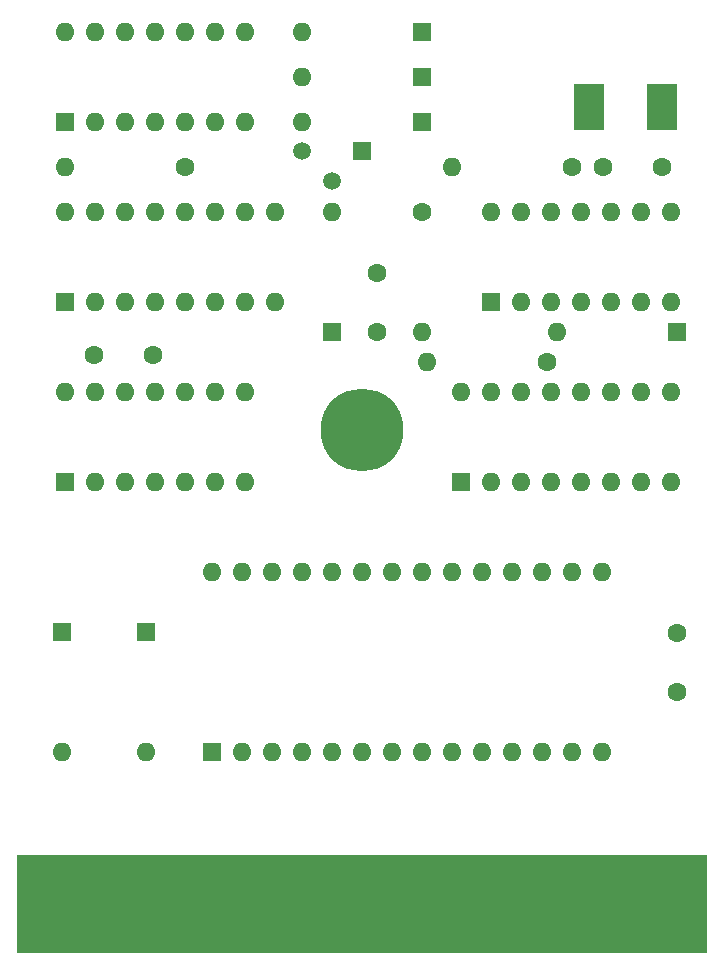
<source format=gbr>
%TF.GenerationSoftware,KiCad,Pcbnew,7.0.9+dfsg-1*%
%TF.CreationDate,2024-01-12T21:14:50+01:00*%
%TF.ProjectId,C64NIKI2,4336344e-494b-4493-922e-6b696361645f,rev?*%
%TF.SameCoordinates,Original*%
%TF.FileFunction,Soldermask,Bot*%
%TF.FilePolarity,Negative*%
%FSLAX46Y46*%
G04 Gerber Fmt 4.6, Leading zero omitted, Abs format (unit mm)*
G04 Created by KiCad (PCBNEW 7.0.9+dfsg-1) date 2024-01-12 21:14:50*
%MOMM*%
%LPD*%
G01*
G04 APERTURE LIST*
%ADD10C,7.000000*%
%ADD11R,58.420000X8.300000*%
%ADD12R,1.524000X8.000000*%
%ADD13R,1.600000X1.600000*%
%ADD14O,1.600000X1.600000*%
%ADD15C,1.600000*%
%ADD16R,2.540000X3.871726*%
%ADD17R,1.500000X1.500000*%
%ADD18C,1.500000*%
G04 APERTURE END LIST*
D10*
%TO.C,J1*%
X120650000Y-132716274D03*
D11*
X120650000Y-172848274D03*
D12*
X93980000Y-172720000D03*
X96520000Y-172720000D03*
X99060000Y-172720000D03*
X101600000Y-172720000D03*
X104140000Y-172720000D03*
X106680000Y-172720000D03*
X109220000Y-172720000D03*
X111760000Y-172720000D03*
X114300000Y-172720000D03*
X116840000Y-172720000D03*
X119380000Y-172720000D03*
X121920000Y-172720000D03*
X124460000Y-172720000D03*
X127000000Y-172720000D03*
X129540000Y-172720000D03*
X132080000Y-172720000D03*
X134620000Y-172720000D03*
X137160000Y-172720000D03*
X139700000Y-172720000D03*
X142240000Y-172720000D03*
X144780000Y-172720000D03*
X147320000Y-172720000D03*
%TD*%
D13*
%TO.C,U4*%
X131572000Y-121920000D03*
D14*
X134112000Y-121920000D03*
X136652000Y-121920000D03*
X139192000Y-121920000D03*
X141732000Y-121920000D03*
X144272000Y-121920000D03*
X146812000Y-121920000D03*
X146812000Y-114300000D03*
X144272000Y-114300000D03*
X141732000Y-114300000D03*
X139192000Y-114300000D03*
X136652000Y-114300000D03*
X134112000Y-114300000D03*
X131572000Y-114300000D03*
%TD*%
D15*
%TO.C,C3*%
X141010000Y-110490000D03*
X146010000Y-110490000D03*
%TD*%
D13*
%TO.C,U1*%
X95504000Y-106680000D03*
D14*
X98044000Y-106680000D03*
X100584000Y-106680000D03*
X103124000Y-106680000D03*
X105664000Y-106680000D03*
X108204000Y-106680000D03*
X110744000Y-106680000D03*
X110744000Y-99060000D03*
X108204000Y-99060000D03*
X105664000Y-99060000D03*
X103124000Y-99060000D03*
X100584000Y-99060000D03*
X98044000Y-99060000D03*
X95504000Y-99060000D03*
%TD*%
D15*
%TO.C,R3*%
X138430000Y-110490000D03*
D14*
X128270000Y-110490000D03*
%TD*%
D16*
%TO.C,SW1*%
X139870000Y-105410000D03*
%TD*%
D17*
%TO.C,Q1*%
X120650000Y-109085000D03*
D18*
X118110000Y-111625000D03*
X115570000Y-109085000D03*
%TD*%
D15*
%TO.C,R1*%
X105664000Y-110490000D03*
D14*
X95504000Y-110490000D03*
%TD*%
D15*
%TO.C,C4*%
X121920000Y-124460000D03*
X121920000Y-119460000D03*
%TD*%
D13*
%TO.C,D4*%
X125730000Y-102870000D03*
D14*
X115570000Y-102870000D03*
%TD*%
D13*
%TO.C,U2*%
X95504000Y-121920000D03*
D14*
X98044000Y-121920000D03*
X100584000Y-121920000D03*
X103124000Y-121920000D03*
X105664000Y-121920000D03*
X108204000Y-121920000D03*
X110744000Y-121920000D03*
X113284000Y-121920000D03*
X113284000Y-114300000D03*
X110744000Y-114300000D03*
X108204000Y-114300000D03*
X105664000Y-114300000D03*
X103124000Y-114300000D03*
X100584000Y-114300000D03*
X98044000Y-114300000D03*
X95504000Y-114300000D03*
%TD*%
D15*
%TO.C,C2*%
X97957000Y-126365000D03*
X102957000Y-126365000D03*
%TD*%
%TO.C,C1*%
X147320000Y-149900000D03*
X147320000Y-154900000D03*
%TD*%
D13*
%TO.C,U3*%
X95504000Y-137160000D03*
D14*
X98044000Y-137160000D03*
X100584000Y-137160000D03*
X103124000Y-137160000D03*
X105664000Y-137160000D03*
X108204000Y-137160000D03*
X110744000Y-137160000D03*
X110744000Y-129540000D03*
X108204000Y-129540000D03*
X105664000Y-129540000D03*
X103124000Y-129540000D03*
X100584000Y-129540000D03*
X98044000Y-129540000D03*
X95504000Y-129540000D03*
%TD*%
D15*
%TO.C,R2*%
X136271000Y-127000000D03*
D14*
X126111000Y-127000000D03*
%TD*%
D13*
%TO.C,D2*%
X102362000Y-149860000D03*
D14*
X102362000Y-160020000D03*
%TD*%
D15*
%TO.C,R4*%
X125730000Y-114300000D03*
D14*
X125730000Y-124460000D03*
%TD*%
D13*
%TO.C,D1*%
X95250000Y-149860000D03*
D14*
X95250000Y-160020000D03*
%TD*%
D13*
%TO.C,D6*%
X118110000Y-124460000D03*
D14*
X118110000Y-114300000D03*
%TD*%
D13*
%TO.C,D7*%
X147320000Y-124460000D03*
D14*
X137160000Y-124460000D03*
%TD*%
D13*
%TO.C,D3*%
X125730000Y-99060000D03*
D14*
X115570000Y-99060000D03*
%TD*%
D13*
%TO.C,U6*%
X107950000Y-160020000D03*
D14*
X110490000Y-160020000D03*
X113030000Y-160020000D03*
X115570000Y-160020000D03*
X118110000Y-160020000D03*
X120650000Y-160020000D03*
X123190000Y-160020000D03*
X125730000Y-160020000D03*
X128270000Y-160020000D03*
X130810000Y-160020000D03*
X133350000Y-160020000D03*
X135890000Y-160020000D03*
X138430000Y-160020000D03*
X140970000Y-160020000D03*
X140970000Y-144780000D03*
X138430000Y-144780000D03*
X135890000Y-144780000D03*
X133350000Y-144780000D03*
X130810000Y-144780000D03*
X128270000Y-144780000D03*
X125730000Y-144780000D03*
X123190000Y-144780000D03*
X120650000Y-144780000D03*
X118110000Y-144780000D03*
X115570000Y-144780000D03*
X113030000Y-144780000D03*
X110490000Y-144780000D03*
X107950000Y-144780000D03*
%TD*%
D13*
%TO.C,U5*%
X129032000Y-137160000D03*
D14*
X131572000Y-137160000D03*
X134112000Y-137160000D03*
X136652000Y-137160000D03*
X139192000Y-137160000D03*
X141732000Y-137160000D03*
X144272000Y-137160000D03*
X146812000Y-137160000D03*
X146812000Y-129540000D03*
X144272000Y-129540000D03*
X141732000Y-129540000D03*
X139192000Y-129540000D03*
X136652000Y-129540000D03*
X134112000Y-129540000D03*
X131572000Y-129540000D03*
X129032000Y-129540000D03*
%TD*%
D13*
%TO.C,D5*%
X125730000Y-106680000D03*
D14*
X115570000Y-106680000D03*
%TD*%
D16*
%TO.C,SW2*%
X146050000Y-105410000D03*
%TD*%
M02*

</source>
